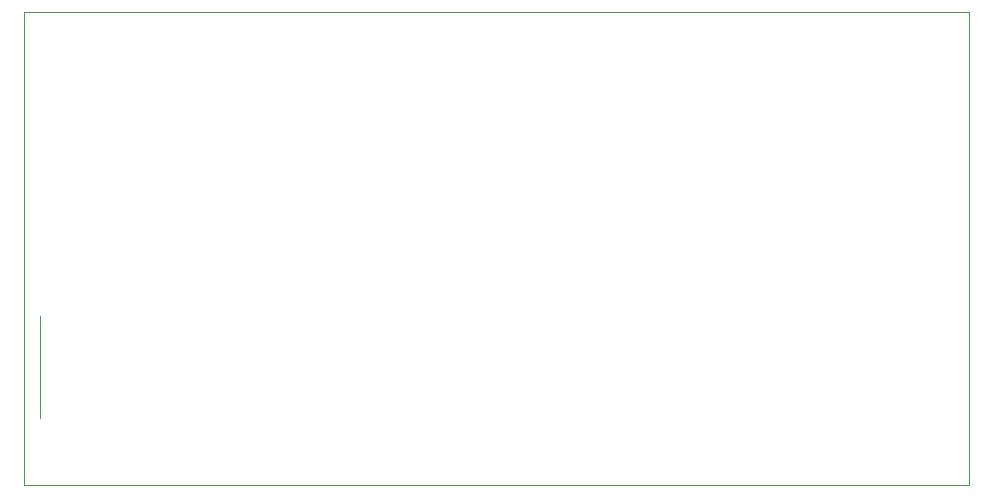
<source format=gbr>
%TF.GenerationSoftware,KiCad,Pcbnew,7.0.1*%
%TF.CreationDate,2023-12-13T14:51:25+00:00*%
%TF.ProjectId,UoB Amptek,556f4220-416d-4707-9465-6b2e6b696361,1*%
%TF.SameCoordinates,Original*%
%TF.FileFunction,Profile,NP*%
%FSLAX46Y46*%
G04 Gerber Fmt 4.6, Leading zero omitted, Abs format (unit mm)*
G04 Created by KiCad (PCBNEW 7.0.1) date 2023-12-13 14:51:25*
%MOMM*%
%LPD*%
G01*
G04 APERTURE LIST*
%TA.AperFunction,Profile*%
%ADD10C,0.100000*%
%TD*%
G04 APERTURE END LIST*
D10*
X84000000Y-55000000D02*
X164000000Y-55000000D01*
X164000000Y-95000000D01*
X84000000Y-95000000D01*
X84000000Y-55000000D01*
%TO.C,J2*%
X85360000Y-80740000D02*
X85360000Y-89340000D01*
%TD*%
M02*

</source>
